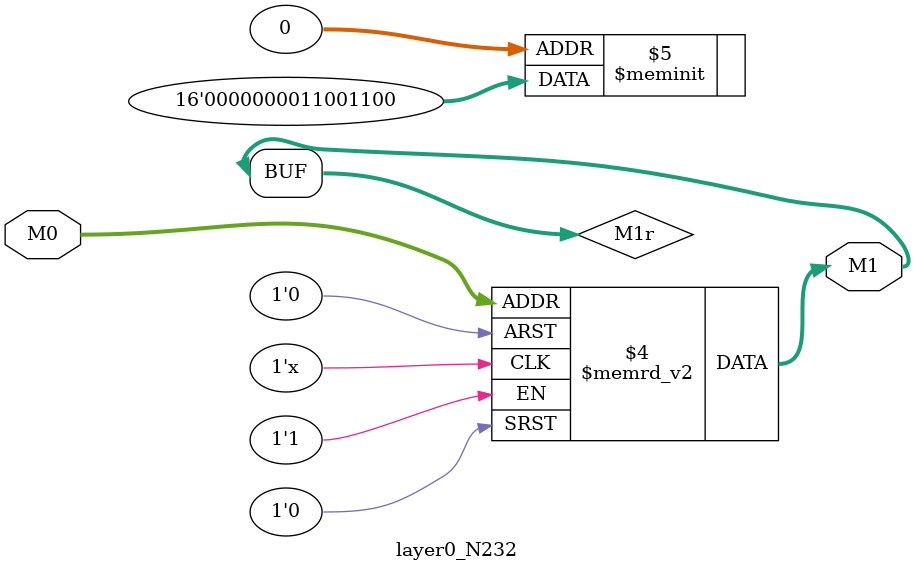
<source format=v>
module layer0_N232 ( input [2:0] M0, output [1:0] M1 );

	(*rom_style = "distributed" *) reg [1:0] M1r;
	assign M1 = M1r;
	always @ (M0) begin
		case (M0)
			3'b000: M1r = 2'b00;
			3'b100: M1r = 2'b00;
			3'b010: M1r = 2'b00;
			3'b110: M1r = 2'b00;
			3'b001: M1r = 2'b11;
			3'b101: M1r = 2'b00;
			3'b011: M1r = 2'b11;
			3'b111: M1r = 2'b00;

		endcase
	end
endmodule

</source>
